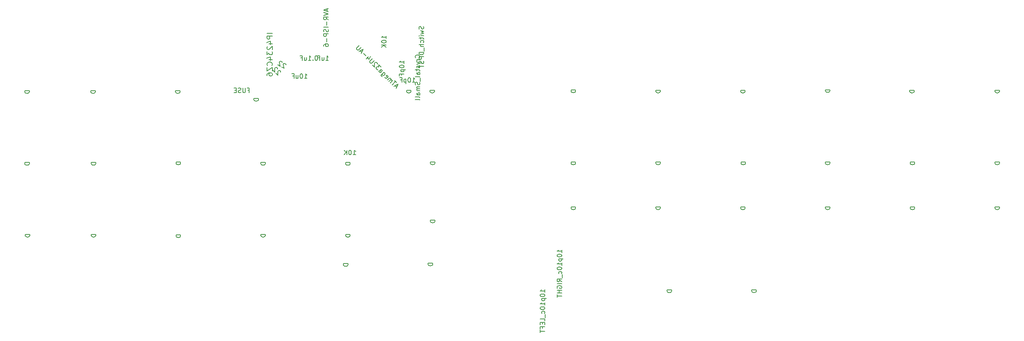
<source format=gbr>
G04 #@! TF.FileFunction,Other,Fab,Bot*
%FSLAX46Y46*%
G04 Gerber Fmt 4.6, Leading zero omitted, Abs format (unit mm)*
G04 Created by KiCad (PCBNEW 4.0.5) date Sunday, April 09, 2017 'PMt' 03:59:06 PM*
%MOMM*%
%LPD*%
G01*
G04 APERTURE LIST*
%ADD10C,0.100000*%
%ADD11C,0.150000*%
G04 APERTURE END LIST*
D10*
D11*
X86857143Y-2864285D02*
X86904762Y-2816666D01*
X86952381Y-2673809D01*
X86952381Y-2578571D01*
X86904762Y-2435713D01*
X86809524Y-2340475D01*
X86714286Y-2292856D01*
X86523810Y-2245237D01*
X86380952Y-2245237D01*
X86190476Y-2292856D01*
X86095238Y-2340475D01*
X86000000Y-2435713D01*
X85952381Y-2578571D01*
X85952381Y-2673809D01*
X86000000Y-2816666D01*
X86047619Y-2864285D01*
X86952381Y-3292856D02*
X86285714Y-3292856D01*
X86476190Y-3292856D02*
X86380952Y-3340475D01*
X86333333Y-3388094D01*
X86285714Y-3483332D01*
X86285714Y-3578571D01*
X86285714Y-3816666D02*
X86952381Y-4054761D01*
X86285714Y-4292857D02*
X86952381Y-4054761D01*
X87190476Y-3959523D01*
X87238095Y-3911904D01*
X87285714Y-3816666D01*
X86904762Y-4626190D02*
X86952381Y-4721428D01*
X86952381Y-4911904D01*
X86904762Y-5007143D01*
X86809524Y-5054762D01*
X86761905Y-5054762D01*
X86666667Y-5007143D01*
X86619048Y-4911904D01*
X86619048Y-4769047D01*
X86571429Y-4673809D01*
X86476190Y-4626190D01*
X86428571Y-4626190D01*
X86333333Y-4673809D01*
X86285714Y-4769047D01*
X86285714Y-4911904D01*
X86333333Y-5007143D01*
X86285714Y-5340476D02*
X86285714Y-5721428D01*
X85952381Y-5483333D02*
X86809524Y-5483333D01*
X86904762Y-5530952D01*
X86952381Y-5626190D01*
X86952381Y-5721428D01*
X86952381Y-6483334D02*
X86428571Y-6483334D01*
X86333333Y-6435715D01*
X86285714Y-6340477D01*
X86285714Y-6150000D01*
X86333333Y-6054762D01*
X86904762Y-6483334D02*
X86952381Y-6388096D01*
X86952381Y-6150000D01*
X86904762Y-6054762D01*
X86809524Y-6007143D01*
X86714286Y-6007143D01*
X86619048Y-6054762D01*
X86571429Y-6150000D01*
X86571429Y-6388096D01*
X86523810Y-6483334D01*
X86952381Y-7102381D02*
X86904762Y-7007143D01*
X86809524Y-6959524D01*
X85952381Y-6959524D01*
X87047619Y-7245239D02*
X87047619Y-8007144D01*
X86904762Y-8197620D02*
X86952381Y-8340477D01*
X86952381Y-8578573D01*
X86904762Y-8673811D01*
X86857143Y-8721430D01*
X86761905Y-8769049D01*
X86666667Y-8769049D01*
X86571429Y-8721430D01*
X86523810Y-8673811D01*
X86476190Y-8578573D01*
X86428571Y-8388096D01*
X86380952Y-8292858D01*
X86333333Y-8245239D01*
X86238095Y-8197620D01*
X86142857Y-8197620D01*
X86047619Y-8245239D01*
X86000000Y-8292858D01*
X85952381Y-8388096D01*
X85952381Y-8626192D01*
X86000000Y-8769049D01*
X86952381Y-9197620D02*
X86285714Y-9197620D01*
X86380952Y-9197620D02*
X86333333Y-9245239D01*
X86285714Y-9340477D01*
X86285714Y-9483335D01*
X86333333Y-9578573D01*
X86428571Y-9626192D01*
X86952381Y-9626192D01*
X86428571Y-9626192D02*
X86333333Y-9673811D01*
X86285714Y-9769049D01*
X86285714Y-9911906D01*
X86333333Y-10007144D01*
X86428571Y-10054763D01*
X86952381Y-10054763D01*
X86952381Y-10959525D02*
X86428571Y-10959525D01*
X86333333Y-10911906D01*
X86285714Y-10816668D01*
X86285714Y-10626191D01*
X86333333Y-10530953D01*
X86904762Y-10959525D02*
X86952381Y-10864287D01*
X86952381Y-10626191D01*
X86904762Y-10530953D01*
X86809524Y-10483334D01*
X86714286Y-10483334D01*
X86619048Y-10530953D01*
X86571429Y-10626191D01*
X86571429Y-10864287D01*
X86523810Y-10959525D01*
X86952381Y-11578572D02*
X86904762Y-11483334D01*
X86809524Y-11435715D01*
X85952381Y-11435715D01*
X86952381Y-12102382D02*
X86904762Y-12007144D01*
X86809524Y-11959525D01*
X85952381Y-11959525D01*
X87724762Y3992381D02*
X87772381Y3849524D01*
X87772381Y3611428D01*
X87724762Y3516190D01*
X87677143Y3468571D01*
X87581905Y3420952D01*
X87486667Y3420952D01*
X87391429Y3468571D01*
X87343810Y3516190D01*
X87296190Y3611428D01*
X87248571Y3801905D01*
X87200952Y3897143D01*
X87153333Y3944762D01*
X87058095Y3992381D01*
X86962857Y3992381D01*
X86867619Y3944762D01*
X86820000Y3897143D01*
X86772381Y3801905D01*
X86772381Y3563809D01*
X86820000Y3420952D01*
X87105714Y3087619D02*
X87772381Y2897143D01*
X87296190Y2706666D01*
X87772381Y2516190D01*
X87105714Y2325714D01*
X87772381Y1944762D02*
X87105714Y1944762D01*
X86772381Y1944762D02*
X86820000Y1992381D01*
X86867619Y1944762D01*
X86820000Y1897143D01*
X86772381Y1944762D01*
X86867619Y1944762D01*
X87105714Y1611429D02*
X87105714Y1230477D01*
X86772381Y1468572D02*
X87629524Y1468572D01*
X87724762Y1420953D01*
X87772381Y1325715D01*
X87772381Y1230477D01*
X87724762Y468571D02*
X87772381Y563809D01*
X87772381Y754286D01*
X87724762Y849524D01*
X87677143Y897143D01*
X87581905Y944762D01*
X87296190Y944762D01*
X87200952Y897143D01*
X87153333Y849524D01*
X87105714Y754286D01*
X87105714Y563809D01*
X87153333Y468571D01*
X87772381Y40000D02*
X86772381Y40000D01*
X87772381Y-388572D02*
X87248571Y-388572D01*
X87153333Y-340953D01*
X87105714Y-245715D01*
X87105714Y-102857D01*
X87153333Y-7619D01*
X87200952Y40000D01*
X87867619Y-626667D02*
X87867619Y-1388572D01*
X87772381Y-1626667D02*
X86772381Y-1626667D01*
X86772381Y-1864762D01*
X86820000Y-2007620D01*
X86915238Y-2102858D01*
X87010476Y-2150477D01*
X87200952Y-2198096D01*
X87343810Y-2198096D01*
X87534286Y-2150477D01*
X87629524Y-2102858D01*
X87724762Y-2007620D01*
X87772381Y-1864762D01*
X87772381Y-1626667D01*
X87772381Y-2626667D02*
X86772381Y-2626667D01*
X86772381Y-3007620D01*
X86820000Y-3102858D01*
X86867619Y-3150477D01*
X86962857Y-3198096D01*
X87105714Y-3198096D01*
X87200952Y-3150477D01*
X87248571Y-3102858D01*
X87296190Y-3007620D01*
X87296190Y-2626667D01*
X87724762Y-3579048D02*
X87772381Y-3721905D01*
X87772381Y-3960001D01*
X87724762Y-4055239D01*
X87677143Y-4102858D01*
X87581905Y-4150477D01*
X87486667Y-4150477D01*
X87391429Y-4102858D01*
X87343810Y-4055239D01*
X87296190Y-3960001D01*
X87248571Y-3769524D01*
X87200952Y-3674286D01*
X87153333Y-3626667D01*
X87058095Y-3579048D01*
X86962857Y-3579048D01*
X86867619Y-3626667D01*
X86820000Y-3674286D01*
X86772381Y-3769524D01*
X86772381Y-4007620D01*
X86820000Y-4150477D01*
X86772381Y-4436191D02*
X86772381Y-5007620D01*
X87772381Y-4721905D02*
X86772381Y-4721905D01*
X61771428Y-7352381D02*
X62342857Y-7352381D01*
X62057143Y-7352381D02*
X62057143Y-6352381D01*
X62152381Y-6495238D01*
X62247619Y-6590476D01*
X62342857Y-6638095D01*
X61152381Y-6352381D02*
X61057142Y-6352381D01*
X60961904Y-6400000D01*
X60914285Y-6447619D01*
X60866666Y-6542857D01*
X60819047Y-6733333D01*
X60819047Y-6971429D01*
X60866666Y-7161905D01*
X60914285Y-7257143D01*
X60961904Y-7304762D01*
X61057142Y-7352381D01*
X61152381Y-7352381D01*
X61247619Y-7304762D01*
X61295238Y-7257143D01*
X61342857Y-7161905D01*
X61390476Y-6971429D01*
X61390476Y-6733333D01*
X61342857Y-6542857D01*
X61295238Y-6447619D01*
X61247619Y-6400000D01*
X61152381Y-6352381D01*
X59961904Y-6685714D02*
X59961904Y-7352381D01*
X60390476Y-6685714D02*
X60390476Y-7209524D01*
X60342857Y-7304762D01*
X60247619Y-7352381D01*
X60104761Y-7352381D01*
X60009523Y-7304762D01*
X59961904Y-7257143D01*
X59152380Y-6828571D02*
X59485714Y-6828571D01*
X59485714Y-7352381D02*
X59485714Y-6352381D01*
X59009523Y-6352381D01*
X117902381Y-45402381D02*
X117902381Y-44830952D01*
X117902381Y-45116666D02*
X116902381Y-45116666D01*
X117045238Y-45021428D01*
X117140476Y-44926190D01*
X117188095Y-44830952D01*
X116902381Y-46021428D02*
X116902381Y-46116667D01*
X116950000Y-46211905D01*
X116997619Y-46259524D01*
X117092857Y-46307143D01*
X117283333Y-46354762D01*
X117521429Y-46354762D01*
X117711905Y-46307143D01*
X117807143Y-46259524D01*
X117854762Y-46211905D01*
X117902381Y-46116667D01*
X117902381Y-46021428D01*
X117854762Y-45926190D01*
X117807143Y-45878571D01*
X117711905Y-45830952D01*
X117521429Y-45783333D01*
X117283333Y-45783333D01*
X117092857Y-45830952D01*
X116997619Y-45878571D01*
X116950000Y-45926190D01*
X116902381Y-46021428D01*
X117235714Y-46783333D02*
X118235714Y-46783333D01*
X117283333Y-46783333D02*
X117235714Y-46878571D01*
X117235714Y-47069048D01*
X117283333Y-47164286D01*
X117330952Y-47211905D01*
X117426190Y-47259524D01*
X117711905Y-47259524D01*
X117807143Y-47211905D01*
X117854762Y-47164286D01*
X117902381Y-47069048D01*
X117902381Y-46878571D01*
X117854762Y-46783333D01*
X117902381Y-48211905D02*
X117902381Y-47640476D01*
X117902381Y-47926190D02*
X116902381Y-47926190D01*
X117045238Y-47830952D01*
X117140476Y-47735714D01*
X117188095Y-47640476D01*
X116902381Y-48830952D02*
X116902381Y-48926191D01*
X116950000Y-49021429D01*
X116997619Y-49069048D01*
X117092857Y-49116667D01*
X117283333Y-49164286D01*
X117521429Y-49164286D01*
X117711905Y-49116667D01*
X117807143Y-49069048D01*
X117854762Y-49021429D01*
X117902381Y-48926191D01*
X117902381Y-48830952D01*
X117854762Y-48735714D01*
X117807143Y-48688095D01*
X117711905Y-48640476D01*
X117521429Y-48592857D01*
X117283333Y-48592857D01*
X117092857Y-48640476D01*
X116997619Y-48688095D01*
X116950000Y-48735714D01*
X116902381Y-48830952D01*
X117854762Y-50021429D02*
X117902381Y-49926191D01*
X117902381Y-49735714D01*
X117854762Y-49640476D01*
X117807143Y-49592857D01*
X117711905Y-49545238D01*
X117426190Y-49545238D01*
X117330952Y-49592857D01*
X117283333Y-49640476D01*
X117235714Y-49735714D01*
X117235714Y-49926191D01*
X117283333Y-50021429D01*
X117997619Y-50211905D02*
X117997619Y-50973810D01*
X117902381Y-51783334D02*
X117426190Y-51450000D01*
X117902381Y-51211905D02*
X116902381Y-51211905D01*
X116902381Y-51592858D01*
X116950000Y-51688096D01*
X116997619Y-51735715D01*
X117092857Y-51783334D01*
X117235714Y-51783334D01*
X117330952Y-51735715D01*
X117378571Y-51688096D01*
X117426190Y-51592858D01*
X117426190Y-51211905D01*
X117902381Y-52211905D02*
X116902381Y-52211905D01*
X116950000Y-53211905D02*
X116902381Y-53116667D01*
X116902381Y-52973810D01*
X116950000Y-52830952D01*
X117045238Y-52735714D01*
X117140476Y-52688095D01*
X117330952Y-52640476D01*
X117473810Y-52640476D01*
X117664286Y-52688095D01*
X117759524Y-52735714D01*
X117854762Y-52830952D01*
X117902381Y-52973810D01*
X117902381Y-53069048D01*
X117854762Y-53211905D01*
X117807143Y-53259524D01*
X117473810Y-53259524D01*
X117473810Y-53069048D01*
X117902381Y-53688095D02*
X116902381Y-53688095D01*
X117378571Y-53688095D02*
X117378571Y-54259524D01*
X117902381Y-54259524D02*
X116902381Y-54259524D01*
X116902381Y-54592857D02*
X116902381Y-55164286D01*
X117902381Y-54878571D02*
X116902381Y-54878571D01*
X114202381Y-54078571D02*
X114202381Y-53507142D01*
X114202381Y-53792856D02*
X113202381Y-53792856D01*
X113345238Y-53697618D01*
X113440476Y-53602380D01*
X113488095Y-53507142D01*
X113202381Y-54697618D02*
X113202381Y-54792857D01*
X113250000Y-54888095D01*
X113297619Y-54935714D01*
X113392857Y-54983333D01*
X113583333Y-55030952D01*
X113821429Y-55030952D01*
X114011905Y-54983333D01*
X114107143Y-54935714D01*
X114154762Y-54888095D01*
X114202381Y-54792857D01*
X114202381Y-54697618D01*
X114154762Y-54602380D01*
X114107143Y-54554761D01*
X114011905Y-54507142D01*
X113821429Y-54459523D01*
X113583333Y-54459523D01*
X113392857Y-54507142D01*
X113297619Y-54554761D01*
X113250000Y-54602380D01*
X113202381Y-54697618D01*
X113535714Y-55459523D02*
X114535714Y-55459523D01*
X113583333Y-55459523D02*
X113535714Y-55554761D01*
X113535714Y-55745238D01*
X113583333Y-55840476D01*
X113630952Y-55888095D01*
X113726190Y-55935714D01*
X114011905Y-55935714D01*
X114107143Y-55888095D01*
X114154762Y-55840476D01*
X114202381Y-55745238D01*
X114202381Y-55554761D01*
X114154762Y-55459523D01*
X114202381Y-56888095D02*
X114202381Y-56316666D01*
X114202381Y-56602380D02*
X113202381Y-56602380D01*
X113345238Y-56507142D01*
X113440476Y-56411904D01*
X113488095Y-56316666D01*
X113202381Y-57507142D02*
X113202381Y-57602381D01*
X113250000Y-57697619D01*
X113297619Y-57745238D01*
X113392857Y-57792857D01*
X113583333Y-57840476D01*
X113821429Y-57840476D01*
X114011905Y-57792857D01*
X114107143Y-57745238D01*
X114154762Y-57697619D01*
X114202381Y-57602381D01*
X114202381Y-57507142D01*
X114154762Y-57411904D01*
X114107143Y-57364285D01*
X114011905Y-57316666D01*
X113821429Y-57269047D01*
X113583333Y-57269047D01*
X113392857Y-57316666D01*
X113297619Y-57364285D01*
X113250000Y-57411904D01*
X113202381Y-57507142D01*
X114154762Y-58697619D02*
X114202381Y-58602381D01*
X114202381Y-58411904D01*
X114154762Y-58316666D01*
X114107143Y-58269047D01*
X114011905Y-58221428D01*
X113726190Y-58221428D01*
X113630952Y-58269047D01*
X113583333Y-58316666D01*
X113535714Y-58411904D01*
X113535714Y-58602381D01*
X113583333Y-58697619D01*
X114297619Y-58888095D02*
X114297619Y-59650000D01*
X114202381Y-60364286D02*
X114202381Y-59888095D01*
X113202381Y-59888095D01*
X113678571Y-60697619D02*
X113678571Y-61030953D01*
X114202381Y-61173810D02*
X114202381Y-60697619D01*
X113202381Y-60697619D01*
X113202381Y-61173810D01*
X113678571Y-61935715D02*
X113678571Y-61602381D01*
X114202381Y-61602381D02*
X113202381Y-61602381D01*
X113202381Y-62078572D01*
X113202381Y-62316667D02*
X113202381Y-62888096D01*
X114202381Y-62602381D02*
X113202381Y-62602381D01*
X64392857Y-2402381D02*
X64297618Y-2402381D01*
X64202380Y-2450000D01*
X64154761Y-2497619D01*
X64107142Y-2592857D01*
X64059523Y-2783333D01*
X64059523Y-3021429D01*
X64107142Y-3211905D01*
X64154761Y-3307143D01*
X64202380Y-3354762D01*
X64297618Y-3402381D01*
X64392857Y-3402381D01*
X64488095Y-3354762D01*
X64535714Y-3307143D01*
X64583333Y-3211905D01*
X64630952Y-3021429D01*
X64630952Y-2783333D01*
X64583333Y-2592857D01*
X64535714Y-2497619D01*
X64488095Y-2450000D01*
X64392857Y-2402381D01*
X63630952Y-3307143D02*
X63583333Y-3354762D01*
X63630952Y-3402381D01*
X63678571Y-3354762D01*
X63630952Y-3307143D01*
X63630952Y-3402381D01*
X62630952Y-3402381D02*
X63202381Y-3402381D01*
X62916667Y-3402381D02*
X62916667Y-2402381D01*
X63011905Y-2545238D01*
X63107143Y-2640476D01*
X63202381Y-2688095D01*
X61773809Y-2735714D02*
X61773809Y-3402381D01*
X62202381Y-2735714D02*
X62202381Y-3259524D01*
X62154762Y-3354762D01*
X62059524Y-3402381D01*
X61916666Y-3402381D01*
X61821428Y-3354762D01*
X61773809Y-3307143D01*
X60964285Y-2878571D02*
X61297619Y-2878571D01*
X61297619Y-3402381D02*
X61297619Y-2402381D01*
X60821428Y-2402381D01*
X66706667Y7805238D02*
X66706667Y7329047D01*
X66992381Y7900476D02*
X65992381Y7567143D01*
X66992381Y7233809D01*
X65992381Y7043333D02*
X66992381Y6710000D01*
X65992381Y6376666D01*
X66992381Y5471904D02*
X66516190Y5805238D01*
X66992381Y6043333D02*
X65992381Y6043333D01*
X65992381Y5662380D01*
X66040000Y5567142D01*
X66087619Y5519523D01*
X66182857Y5471904D01*
X66325714Y5471904D01*
X66420952Y5519523D01*
X66468571Y5567142D01*
X66516190Y5662380D01*
X66516190Y6043333D01*
X66611429Y5043333D02*
X66611429Y4281428D01*
X66992381Y3805238D02*
X65992381Y3805238D01*
X66944762Y3376667D02*
X66992381Y3233810D01*
X66992381Y2995714D01*
X66944762Y2900476D01*
X66897143Y2852857D01*
X66801905Y2805238D01*
X66706667Y2805238D01*
X66611429Y2852857D01*
X66563810Y2900476D01*
X66516190Y2995714D01*
X66468571Y3186191D01*
X66420952Y3281429D01*
X66373333Y3329048D01*
X66278095Y3376667D01*
X66182857Y3376667D01*
X66087619Y3329048D01*
X66040000Y3281429D01*
X65992381Y3186191D01*
X65992381Y2948095D01*
X66040000Y2805238D01*
X66992381Y2376667D02*
X65992381Y2376667D01*
X65992381Y1995714D01*
X66040000Y1900476D01*
X66087619Y1852857D01*
X66182857Y1805238D01*
X66325714Y1805238D01*
X66420952Y1852857D01*
X66468571Y1900476D01*
X66516190Y1995714D01*
X66516190Y2376667D01*
X66611429Y1376667D02*
X66611429Y614762D01*
X65992381Y-290000D02*
X65992381Y-99523D01*
X66040000Y-4285D01*
X66087619Y43334D01*
X66230476Y138572D01*
X66420952Y186191D01*
X66801905Y186191D01*
X66897143Y138572D01*
X66944762Y90953D01*
X66992381Y-4285D01*
X66992381Y-194762D01*
X66944762Y-290000D01*
X66897143Y-337619D01*
X66801905Y-385238D01*
X66563810Y-385238D01*
X66468571Y-337619D01*
X66420952Y-290000D01*
X66373333Y-194762D01*
X66373333Y-4285D01*
X66420952Y90953D01*
X66468571Y138572D01*
X66563810Y186191D01*
X66435238Y-3402381D02*
X67006667Y-3402381D01*
X66720953Y-3402381D02*
X66720953Y-2402381D01*
X66816191Y-2545238D01*
X66911429Y-2640476D01*
X67006667Y-2688095D01*
X65578095Y-2735714D02*
X65578095Y-3402381D01*
X66006667Y-2735714D02*
X66006667Y-3259524D01*
X65959048Y-3354762D01*
X65863810Y-3402381D01*
X65720952Y-3402381D01*
X65625714Y-3354762D01*
X65578095Y-3307143D01*
X64768571Y-2878571D02*
X65101905Y-2878571D01*
X65101905Y-3402381D02*
X65101905Y-2402381D01*
X64625714Y-2402381D01*
X1742381Y-10038095D02*
X742381Y-10038095D01*
X742381Y-10276190D01*
X790000Y-10419048D01*
X885238Y-10514286D01*
X980476Y-10561905D01*
X1170952Y-10609524D01*
X1313810Y-10609524D01*
X1504286Y-10561905D01*
X1599524Y-10514286D01*
X1694762Y-10419048D01*
X1742381Y-10276190D01*
X1742381Y-10038095D01*
X16142381Y-10038095D02*
X15142381Y-10038095D01*
X15142381Y-10276190D01*
X15190000Y-10419048D01*
X15285238Y-10514286D01*
X15380476Y-10561905D01*
X15570952Y-10609524D01*
X15713810Y-10609524D01*
X15904286Y-10561905D01*
X15999524Y-10514286D01*
X16094762Y-10419048D01*
X16142381Y-10276190D01*
X16142381Y-10038095D01*
X34642381Y-10038095D02*
X33642381Y-10038095D01*
X33642381Y-10276190D01*
X33690000Y-10419048D01*
X33785238Y-10514286D01*
X33880476Y-10561905D01*
X34070952Y-10609524D01*
X34213810Y-10609524D01*
X34404286Y-10561905D01*
X34499524Y-10514286D01*
X34594762Y-10419048D01*
X34642381Y-10276190D01*
X34642381Y-10038095D01*
X51742381Y-11738095D02*
X50742381Y-11738095D01*
X50742381Y-11976190D01*
X50790000Y-12119048D01*
X50885238Y-12214286D01*
X50980476Y-12261905D01*
X51170952Y-12309524D01*
X51313810Y-12309524D01*
X51504286Y-12261905D01*
X51599524Y-12214286D01*
X51694762Y-12119048D01*
X51742381Y-11976190D01*
X51742381Y-11738095D01*
X85042381Y-9938095D02*
X84042381Y-9938095D01*
X84042381Y-10176190D01*
X84090000Y-10319048D01*
X84185238Y-10414286D01*
X84280476Y-10461905D01*
X84470952Y-10509524D01*
X84613810Y-10509524D01*
X84804286Y-10461905D01*
X84899524Y-10414286D01*
X84994762Y-10319048D01*
X85042381Y-10176190D01*
X85042381Y-9938095D01*
X90142381Y-9938095D02*
X89142381Y-9938095D01*
X89142381Y-10176190D01*
X89190000Y-10319048D01*
X89285238Y-10414286D01*
X89380476Y-10461905D01*
X89570952Y-10509524D01*
X89713810Y-10509524D01*
X89904286Y-10461905D01*
X89999524Y-10414286D01*
X90094762Y-10319048D01*
X90142381Y-10176190D01*
X90142381Y-9938095D01*
X120942381Y-9888035D02*
X119942381Y-9888035D01*
X119942381Y-10126130D01*
X119990000Y-10268988D01*
X120085238Y-10364226D01*
X120180476Y-10411845D01*
X120370952Y-10459464D01*
X120513810Y-10459464D01*
X120704286Y-10411845D01*
X120799524Y-10364226D01*
X120894762Y-10268988D01*
X120942381Y-10126130D01*
X120942381Y-9888035D01*
X139442381Y-9938095D02*
X138442381Y-9938095D01*
X138442381Y-10176190D01*
X138490000Y-10319048D01*
X138585238Y-10414286D01*
X138680476Y-10461905D01*
X138870952Y-10509524D01*
X139013810Y-10509524D01*
X139204286Y-10461905D01*
X139299524Y-10414286D01*
X139394762Y-10319048D01*
X139442381Y-10176190D01*
X139442381Y-9938095D01*
X157942381Y-9938095D02*
X156942381Y-9938095D01*
X156942381Y-10176190D01*
X156990000Y-10319048D01*
X157085238Y-10414286D01*
X157180476Y-10461905D01*
X157370952Y-10509524D01*
X157513810Y-10509524D01*
X157704286Y-10461905D01*
X157799524Y-10414286D01*
X157894762Y-10319048D01*
X157942381Y-10176190D01*
X157942381Y-9938095D01*
X176442381Y-9838095D02*
X175442381Y-9838095D01*
X175442381Y-10076190D01*
X175490000Y-10219048D01*
X175585238Y-10314286D01*
X175680476Y-10361905D01*
X175870952Y-10409524D01*
X176013810Y-10409524D01*
X176204286Y-10361905D01*
X176299524Y-10314286D01*
X176394762Y-10219048D01*
X176442381Y-10076190D01*
X176442381Y-9838095D01*
X194842381Y-9938095D02*
X193842381Y-9938095D01*
X193842381Y-10176190D01*
X193890000Y-10319048D01*
X193985238Y-10414286D01*
X194080476Y-10461905D01*
X194270952Y-10509524D01*
X194413810Y-10509524D01*
X194604286Y-10461905D01*
X194699524Y-10414286D01*
X194794762Y-10319048D01*
X194842381Y-10176190D01*
X194842381Y-9938095D01*
X213442381Y-9938095D02*
X212442381Y-9938095D01*
X212442381Y-10176190D01*
X212490000Y-10319048D01*
X212585238Y-10414286D01*
X212680476Y-10461905D01*
X212870952Y-10509524D01*
X213013810Y-10509524D01*
X213204286Y-10461905D01*
X213299524Y-10414286D01*
X213394762Y-10319048D01*
X213442381Y-10176190D01*
X213442381Y-9938095D01*
X1742381Y-25738095D02*
X742381Y-25738095D01*
X742381Y-25976190D01*
X790000Y-26119048D01*
X885238Y-26214286D01*
X980476Y-26261905D01*
X1170952Y-26309524D01*
X1313810Y-26309524D01*
X1504286Y-26261905D01*
X1599524Y-26214286D01*
X1694762Y-26119048D01*
X1742381Y-25976190D01*
X1742381Y-25738095D01*
X16242381Y-25738095D02*
X15242381Y-25738095D01*
X15242381Y-25976190D01*
X15290000Y-26119048D01*
X15385238Y-26214286D01*
X15480476Y-26261905D01*
X15670952Y-26309524D01*
X15813810Y-26309524D01*
X16004286Y-26261905D01*
X16099524Y-26214286D01*
X16194762Y-26119048D01*
X16242381Y-25976190D01*
X16242381Y-25738095D01*
X34742381Y-25638095D02*
X33742381Y-25638095D01*
X33742381Y-25876190D01*
X33790000Y-26019048D01*
X33885238Y-26114286D01*
X33980476Y-26161905D01*
X34170952Y-26209524D01*
X34313810Y-26209524D01*
X34504286Y-26161905D01*
X34599524Y-26114286D01*
X34694762Y-26019048D01*
X34742381Y-25876190D01*
X34742381Y-25638095D01*
X53242381Y-25738095D02*
X52242381Y-25738095D01*
X52242381Y-25976190D01*
X52290000Y-26119048D01*
X52385238Y-26214286D01*
X52480476Y-26261905D01*
X52670952Y-26309524D01*
X52813810Y-26309524D01*
X53004286Y-26261905D01*
X53099524Y-26214286D01*
X53194762Y-26119048D01*
X53242381Y-25976190D01*
X53242381Y-25738095D01*
X71742381Y-25738095D02*
X70742381Y-25738095D01*
X70742381Y-25976190D01*
X70790000Y-26119048D01*
X70885238Y-26214286D01*
X70980476Y-26261905D01*
X71170952Y-26309524D01*
X71313810Y-26309524D01*
X71504286Y-26261905D01*
X71599524Y-26214286D01*
X71694762Y-26119048D01*
X71742381Y-25976190D01*
X71742381Y-25738095D01*
X90242381Y-25638095D02*
X89242381Y-25638095D01*
X89242381Y-25876190D01*
X89290000Y-26019048D01*
X89385238Y-26114286D01*
X89480476Y-26161905D01*
X89670952Y-26209524D01*
X89813810Y-26209524D01*
X90004286Y-26161905D01*
X90099524Y-26114286D01*
X90194762Y-26019048D01*
X90242381Y-25876190D01*
X90242381Y-25638095D01*
X120942381Y-25638095D02*
X119942381Y-25638095D01*
X119942381Y-25876190D01*
X119990000Y-26019048D01*
X120085238Y-26114286D01*
X120180476Y-26161905D01*
X120370952Y-26209524D01*
X120513810Y-26209524D01*
X120704286Y-26161905D01*
X120799524Y-26114286D01*
X120894762Y-26019048D01*
X120942381Y-25876190D01*
X120942381Y-25638095D01*
X139442381Y-25638095D02*
X138442381Y-25638095D01*
X138442381Y-25876190D01*
X138490000Y-26019048D01*
X138585238Y-26114286D01*
X138680476Y-26161905D01*
X138870952Y-26209524D01*
X139013810Y-26209524D01*
X139204286Y-26161905D01*
X139299524Y-26114286D01*
X139394762Y-26019048D01*
X139442381Y-25876190D01*
X139442381Y-25638095D01*
X158022381Y-25638035D02*
X157022381Y-25638035D01*
X157022381Y-25876130D01*
X157070000Y-26018988D01*
X157165238Y-26114226D01*
X157260476Y-26161845D01*
X157450952Y-26209464D01*
X157593810Y-26209464D01*
X157784286Y-26161845D01*
X157879524Y-26114226D01*
X157974762Y-26018988D01*
X158022381Y-25876130D01*
X158022381Y-25638035D01*
X176442381Y-25638095D02*
X175442381Y-25638095D01*
X175442381Y-25876190D01*
X175490000Y-26019048D01*
X175585238Y-26114286D01*
X175680476Y-26161905D01*
X175870952Y-26209524D01*
X176013810Y-26209524D01*
X176204286Y-26161905D01*
X176299524Y-26114286D01*
X176394762Y-26019048D01*
X176442381Y-25876190D01*
X176442381Y-25638095D01*
X194942381Y-25638095D02*
X193942381Y-25638095D01*
X193942381Y-25876190D01*
X193990000Y-26019048D01*
X194085238Y-26114286D01*
X194180476Y-26161905D01*
X194370952Y-26209524D01*
X194513810Y-26209524D01*
X194704286Y-26161905D01*
X194799524Y-26114286D01*
X194894762Y-26019048D01*
X194942381Y-25876190D01*
X194942381Y-25638095D01*
X213442381Y-25638095D02*
X212442381Y-25638095D01*
X212442381Y-25876190D01*
X212490000Y-26019048D01*
X212585238Y-26114286D01*
X212680476Y-26161905D01*
X212870952Y-26209524D01*
X213013810Y-26209524D01*
X213204286Y-26161905D01*
X213299524Y-26114286D01*
X213394762Y-26019048D01*
X213442381Y-25876190D01*
X213442381Y-25638095D01*
X1842381Y-41438095D02*
X842381Y-41438095D01*
X842381Y-41676190D01*
X890000Y-41819048D01*
X985238Y-41914286D01*
X1080476Y-41961905D01*
X1270952Y-42009524D01*
X1413810Y-42009524D01*
X1604286Y-41961905D01*
X1699524Y-41914286D01*
X1794762Y-41819048D01*
X1842381Y-41676190D01*
X1842381Y-41438095D01*
X16242381Y-41438095D02*
X15242381Y-41438095D01*
X15242381Y-41676190D01*
X15290000Y-41819048D01*
X15385238Y-41914286D01*
X15480476Y-41961905D01*
X15670952Y-42009524D01*
X15813810Y-42009524D01*
X16004286Y-41961905D01*
X16099524Y-41914286D01*
X16194762Y-41819048D01*
X16242381Y-41676190D01*
X16242381Y-41438095D01*
X34742381Y-41538095D02*
X33742381Y-41538095D01*
X33742381Y-41776190D01*
X33790000Y-41919048D01*
X33885238Y-42014286D01*
X33980476Y-42061905D01*
X34170952Y-42109524D01*
X34313810Y-42109524D01*
X34504286Y-42061905D01*
X34599524Y-42014286D01*
X34694762Y-41919048D01*
X34742381Y-41776190D01*
X34742381Y-41538095D01*
X53242381Y-41438095D02*
X52242381Y-41438095D01*
X52242381Y-41676190D01*
X52290000Y-41819048D01*
X52385238Y-41914286D01*
X52480476Y-41961905D01*
X52670952Y-42009524D01*
X52813810Y-42009524D01*
X53004286Y-41961905D01*
X53099524Y-41914286D01*
X53194762Y-41819048D01*
X53242381Y-41676190D01*
X53242381Y-41438095D01*
X71742381Y-41438095D02*
X70742381Y-41438095D01*
X70742381Y-41676190D01*
X70790000Y-41819048D01*
X70885238Y-41914286D01*
X70980476Y-41961905D01*
X71170952Y-42009524D01*
X71313810Y-42009524D01*
X71504286Y-41961905D01*
X71599524Y-41914286D01*
X71694762Y-41819048D01*
X71742381Y-41676190D01*
X71742381Y-41438095D01*
X90242381Y-38338095D02*
X89242381Y-38338095D01*
X89242381Y-38576190D01*
X89290000Y-38719048D01*
X89385238Y-38814286D01*
X89480476Y-38861905D01*
X89670952Y-38909524D01*
X89813810Y-38909524D01*
X90004286Y-38861905D01*
X90099524Y-38814286D01*
X90194762Y-38719048D01*
X90242381Y-38576190D01*
X90242381Y-38338095D01*
X120942381Y-35438095D02*
X119942381Y-35438095D01*
X119942381Y-35676190D01*
X119990000Y-35819048D01*
X120085238Y-35914286D01*
X120180476Y-35961905D01*
X120370952Y-36009524D01*
X120513810Y-36009524D01*
X120704286Y-35961905D01*
X120799524Y-35914286D01*
X120894762Y-35819048D01*
X120942381Y-35676190D01*
X120942381Y-35438095D01*
X139442381Y-35438095D02*
X138442381Y-35438095D01*
X138442381Y-35676190D01*
X138490000Y-35819048D01*
X138585238Y-35914286D01*
X138680476Y-35961905D01*
X138870952Y-36009524D01*
X139013810Y-36009524D01*
X139204286Y-35961905D01*
X139299524Y-35914286D01*
X139394762Y-35819048D01*
X139442381Y-35676190D01*
X139442381Y-35438095D01*
X157942381Y-35438095D02*
X156942381Y-35438095D01*
X156942381Y-35676190D01*
X156990000Y-35819048D01*
X157085238Y-35914286D01*
X157180476Y-35961905D01*
X157370952Y-36009524D01*
X157513810Y-36009524D01*
X157704286Y-35961905D01*
X157799524Y-35914286D01*
X157894762Y-35819048D01*
X157942381Y-35676190D01*
X157942381Y-35438095D01*
X176442381Y-35438095D02*
X175442381Y-35438095D01*
X175442381Y-35676190D01*
X175490000Y-35819048D01*
X175585238Y-35914286D01*
X175680476Y-35961905D01*
X175870952Y-36009524D01*
X176013810Y-36009524D01*
X176204286Y-35961905D01*
X176299524Y-35914286D01*
X176394762Y-35819048D01*
X176442381Y-35676190D01*
X176442381Y-35438095D01*
X194942381Y-35438095D02*
X193942381Y-35438095D01*
X193942381Y-35676190D01*
X193990000Y-35819048D01*
X194085238Y-35914286D01*
X194180476Y-35961905D01*
X194370952Y-36009524D01*
X194513810Y-36009524D01*
X194704286Y-35961905D01*
X194799524Y-35914286D01*
X194894762Y-35819048D01*
X194942381Y-35676190D01*
X194942381Y-35438095D01*
X213442381Y-35438095D02*
X212442381Y-35438095D01*
X212442381Y-35676190D01*
X212490000Y-35819048D01*
X212585238Y-35914286D01*
X212680476Y-35961905D01*
X212870952Y-36009524D01*
X213013810Y-36009524D01*
X213204286Y-35961905D01*
X213299524Y-35914286D01*
X213394762Y-35819048D01*
X213442381Y-35676190D01*
X213442381Y-35438095D01*
X71262381Y-47838095D02*
X70262381Y-47838095D01*
X70262381Y-48076190D01*
X70310000Y-48219048D01*
X70405238Y-48314286D01*
X70500476Y-48361905D01*
X70690952Y-48409524D01*
X70833810Y-48409524D01*
X71024286Y-48361905D01*
X71119524Y-48314286D01*
X71214762Y-48219048D01*
X71262381Y-48076190D01*
X71262381Y-47838095D01*
X89762381Y-47738095D02*
X88762381Y-47738095D01*
X88762381Y-47976190D01*
X88810000Y-48119048D01*
X88905238Y-48214286D01*
X89000476Y-48261905D01*
X89190952Y-48309524D01*
X89333810Y-48309524D01*
X89524286Y-48261905D01*
X89619524Y-48214286D01*
X89714762Y-48119048D01*
X89762381Y-47976190D01*
X89762381Y-47738095D01*
X141882381Y-53588035D02*
X140882381Y-53588035D01*
X140882381Y-53826130D01*
X140930000Y-53968988D01*
X141025238Y-54064226D01*
X141120476Y-54111845D01*
X141310952Y-54159464D01*
X141453810Y-54159464D01*
X141644286Y-54111845D01*
X141739524Y-54064226D01*
X141834762Y-53968988D01*
X141882381Y-53826130D01*
X141882381Y-53588035D01*
X160372381Y-53578095D02*
X159372381Y-53578095D01*
X159372381Y-53816190D01*
X159420000Y-53959048D01*
X159515238Y-54054286D01*
X159610476Y-54101905D01*
X159800952Y-54149524D01*
X159943810Y-54149524D01*
X160134286Y-54101905D01*
X160229524Y-54054286D01*
X160324762Y-53959048D01*
X160372381Y-53816190D01*
X160372381Y-53578095D01*
X56574797Y-6012040D02*
X56574797Y-5944696D01*
X56541125Y-5843681D01*
X56372766Y-5675322D01*
X56271751Y-5641650D01*
X56204407Y-5641650D01*
X56103392Y-5675322D01*
X56036049Y-5742665D01*
X55968705Y-5877352D01*
X55968705Y-6685475D01*
X55530972Y-6247742D01*
X55901362Y-5338604D02*
X55901362Y-5271261D01*
X55867690Y-5170246D01*
X55699331Y-5001887D01*
X55598316Y-4968215D01*
X55530972Y-4968215D01*
X55429957Y-5001887D01*
X55362614Y-5069230D01*
X55295270Y-5203917D01*
X55295270Y-6012040D01*
X54857537Y-5574306D01*
X57736020Y-4353731D02*
X57718590Y-4288682D01*
X57659921Y-4199824D01*
X57453724Y-4080776D01*
X57347436Y-4074396D01*
X57282387Y-4091826D01*
X57193529Y-4150495D01*
X57145910Y-4232974D01*
X57115720Y-4380501D01*
X57324878Y-5161087D01*
X56788767Y-4851563D01*
X56911233Y-3877541D02*
X56893804Y-3812492D01*
X56835135Y-3723634D01*
X56628937Y-3604586D01*
X56522649Y-3598206D01*
X56457601Y-3615636D01*
X56368742Y-3674305D01*
X56321123Y-3756783D01*
X56290934Y-3904310D01*
X56500092Y-4684897D01*
X55963980Y-4375373D01*
X81893750Y-9293561D02*
X81557033Y-8956843D01*
X81759064Y-9562935D02*
X82230468Y-8620126D01*
X81287659Y-9091530D01*
X81860079Y-8249737D02*
X81456017Y-7845675D01*
X80950942Y-8754813D02*
X81658048Y-8047706D01*
X80513209Y-8317080D02*
X80984613Y-7845675D01*
X80917270Y-7913019D02*
X80917270Y-7845675D01*
X80883598Y-7744660D01*
X80782582Y-7643644D01*
X80681567Y-7609972D01*
X80580552Y-7643644D01*
X80210162Y-8014034D01*
X80580552Y-7643644D02*
X80614224Y-7542629D01*
X80580552Y-7441614D01*
X80479537Y-7340599D01*
X80378522Y-7306927D01*
X80277507Y-7340599D01*
X79907117Y-7710988D01*
X79334697Y-7071225D02*
X79368369Y-7172240D01*
X79503056Y-7306928D01*
X79604072Y-7340599D01*
X79705087Y-7306928D01*
X79974461Y-7037553D01*
X80008133Y-6936538D01*
X79974461Y-6835523D01*
X79839774Y-6700835D01*
X79738758Y-6667164D01*
X79637743Y-6700835D01*
X79570399Y-6768180D01*
X79839774Y-7172241D01*
X79132667Y-5993729D02*
X78560247Y-6566149D01*
X78526575Y-6667164D01*
X78526575Y-6734507D01*
X78560248Y-6835523D01*
X78661263Y-6936538D01*
X78762278Y-6970210D01*
X78694934Y-6431462D02*
X78728605Y-6532477D01*
X78863293Y-6667164D01*
X78964308Y-6700836D01*
X79031652Y-6700836D01*
X79132667Y-6667164D01*
X79334698Y-6465133D01*
X79368370Y-6364118D01*
X79368370Y-6296775D01*
X79334698Y-6195760D01*
X79200010Y-6061072D01*
X79098995Y-6027400D01*
X78021499Y-5825370D02*
X78391888Y-5454980D01*
X78492903Y-5421309D01*
X78593919Y-5454980D01*
X78728606Y-5589668D01*
X78762278Y-5690683D01*
X78055170Y-5791698D02*
X78088842Y-5892713D01*
X78257201Y-6061073D01*
X78358217Y-6094744D01*
X78459232Y-6061073D01*
X78526575Y-5993729D01*
X78560247Y-5892714D01*
X78526575Y-5791699D01*
X78358216Y-5623340D01*
X78324544Y-5522325D01*
X78459232Y-4848890D02*
X78021499Y-4411156D01*
X77987828Y-4916233D01*
X77886812Y-4815217D01*
X77785797Y-4781545D01*
X77718453Y-4781545D01*
X77617437Y-4815218D01*
X77449079Y-4983576D01*
X77415407Y-5084592D01*
X77415407Y-5151935D01*
X77449079Y-5252950D01*
X77651110Y-5454981D01*
X77752125Y-5488653D01*
X77819468Y-5488653D01*
X77684782Y-4209126D02*
X77684782Y-4141783D01*
X77651110Y-4040768D01*
X77482750Y-3872408D01*
X77381735Y-3838737D01*
X77314392Y-3838737D01*
X77213377Y-3872408D01*
X77146033Y-3939752D01*
X77078690Y-4074439D01*
X77078690Y-4882561D01*
X76640957Y-4444828D01*
X77045018Y-3434676D02*
X76472598Y-4007096D01*
X76371583Y-4040768D01*
X76304240Y-4040768D01*
X76203225Y-4007096D01*
X76068537Y-3872408D01*
X76034865Y-3771393D01*
X76034865Y-3704050D01*
X76068537Y-3603035D01*
X76640957Y-3030615D01*
X75765491Y-2626553D02*
X75294087Y-3097958D01*
X76203225Y-2525539D02*
X75866507Y-3198974D01*
X75428774Y-2761241D01*
X75193072Y-2458195D02*
X74654323Y-1919447D01*
X74283934Y-1683745D02*
X73947217Y-1347027D01*
X74149248Y-1953119D02*
X74620652Y-1010310D01*
X73677843Y-1481714D01*
X74149248Y-538905D02*
X73576828Y-1111325D01*
X73475813Y-1144997D01*
X73408469Y-1144997D01*
X73307454Y-1111325D01*
X73172766Y-976638D01*
X73139095Y-875623D01*
X73139095Y-808279D01*
X73172766Y-707264D01*
X73745186Y-134844D01*
X72390476Y-24052381D02*
X72961905Y-24052381D01*
X72676191Y-24052381D02*
X72676191Y-23052381D01*
X72771429Y-23195238D01*
X72866667Y-23290476D01*
X72961905Y-23338095D01*
X71771429Y-23052381D02*
X71676190Y-23052381D01*
X71580952Y-23100000D01*
X71533333Y-23147619D01*
X71485714Y-23242857D01*
X71438095Y-23433333D01*
X71438095Y-23671429D01*
X71485714Y-23861905D01*
X71533333Y-23957143D01*
X71580952Y-24004762D01*
X71676190Y-24052381D01*
X71771429Y-24052381D01*
X71866667Y-24004762D01*
X71914286Y-23957143D01*
X71961905Y-23861905D01*
X72009524Y-23671429D01*
X72009524Y-23433333D01*
X71961905Y-23242857D01*
X71914286Y-23147619D01*
X71866667Y-23100000D01*
X71771429Y-23052381D01*
X71009524Y-24052381D02*
X71009524Y-23052381D01*
X70438095Y-24052381D02*
X70866667Y-23480952D01*
X70438095Y-23052381D02*
X71009524Y-23623810D01*
X85321428Y-8202381D02*
X85892857Y-8202381D01*
X85607143Y-8202381D02*
X85607143Y-7202381D01*
X85702381Y-7345238D01*
X85797619Y-7440476D01*
X85892857Y-7488095D01*
X84702381Y-7202381D02*
X84607142Y-7202381D01*
X84511904Y-7250000D01*
X84464285Y-7297619D01*
X84416666Y-7392857D01*
X84369047Y-7583333D01*
X84369047Y-7821429D01*
X84416666Y-8011905D01*
X84464285Y-8107143D01*
X84511904Y-8154762D01*
X84607142Y-8202381D01*
X84702381Y-8202381D01*
X84797619Y-8154762D01*
X84845238Y-8107143D01*
X84892857Y-8011905D01*
X84940476Y-7821429D01*
X84940476Y-7583333D01*
X84892857Y-7392857D01*
X84845238Y-7297619D01*
X84797619Y-7250000D01*
X84702381Y-7202381D01*
X83940476Y-7535714D02*
X83940476Y-8535714D01*
X83940476Y-7583333D02*
X83845238Y-7535714D01*
X83654761Y-7535714D01*
X83559523Y-7583333D01*
X83511904Y-7630952D01*
X83464285Y-7726190D01*
X83464285Y-8011905D01*
X83511904Y-8107143D01*
X83559523Y-8154762D01*
X83654761Y-8202381D01*
X83845238Y-8202381D01*
X83940476Y-8154762D01*
X82702380Y-7678571D02*
X83035714Y-7678571D01*
X83035714Y-8202381D02*
X83035714Y-7202381D01*
X82559523Y-7202381D01*
X83502381Y-4078572D02*
X83502381Y-3507143D01*
X83502381Y-3792857D02*
X82502381Y-3792857D01*
X82645238Y-3697619D01*
X82740476Y-3602381D01*
X82788095Y-3507143D01*
X82502381Y-4697619D02*
X82502381Y-4792858D01*
X82550000Y-4888096D01*
X82597619Y-4935715D01*
X82692857Y-4983334D01*
X82883333Y-5030953D01*
X83121429Y-5030953D01*
X83311905Y-4983334D01*
X83407143Y-4935715D01*
X83454762Y-4888096D01*
X83502381Y-4792858D01*
X83502381Y-4697619D01*
X83454762Y-4602381D01*
X83407143Y-4554762D01*
X83311905Y-4507143D01*
X83121429Y-4459524D01*
X82883333Y-4459524D01*
X82692857Y-4507143D01*
X82597619Y-4554762D01*
X82550000Y-4602381D01*
X82502381Y-4697619D01*
X82835714Y-5459524D02*
X83835714Y-5459524D01*
X82883333Y-5459524D02*
X82835714Y-5554762D01*
X82835714Y-5745239D01*
X82883333Y-5840477D01*
X82930952Y-5888096D01*
X83026190Y-5935715D01*
X83311905Y-5935715D01*
X83407143Y-5888096D01*
X83454762Y-5840477D01*
X83502381Y-5745239D01*
X83502381Y-5554762D01*
X83454762Y-5459524D01*
X82978571Y-6697620D02*
X82978571Y-6364286D01*
X83502381Y-6364286D02*
X82502381Y-6364286D01*
X82502381Y-6840477D01*
X49409523Y-9928571D02*
X49742857Y-9928571D01*
X49742857Y-10452381D02*
X49742857Y-9452381D01*
X49266666Y-9452381D01*
X48885714Y-9452381D02*
X48885714Y-10261905D01*
X48838095Y-10357143D01*
X48790476Y-10404762D01*
X48695238Y-10452381D01*
X48504761Y-10452381D01*
X48409523Y-10404762D01*
X48361904Y-10357143D01*
X48314285Y-10261905D01*
X48314285Y-9452381D01*
X47885714Y-10404762D02*
X47742857Y-10452381D01*
X47504761Y-10452381D01*
X47409523Y-10404762D01*
X47361904Y-10357143D01*
X47314285Y-10261905D01*
X47314285Y-10166667D01*
X47361904Y-10071429D01*
X47409523Y-10023810D01*
X47504761Y-9976190D01*
X47695238Y-9928571D01*
X47790476Y-9880952D01*
X47838095Y-9833333D01*
X47885714Y-9738095D01*
X47885714Y-9642857D01*
X47838095Y-9547619D01*
X47790476Y-9500000D01*
X47695238Y-9452381D01*
X47457142Y-9452381D01*
X47314285Y-9500000D01*
X46885714Y-9928571D02*
X46552380Y-9928571D01*
X46409523Y-10452381D02*
X46885714Y-10452381D01*
X46885714Y-9452381D01*
X46409523Y-9452381D01*
X79612381Y1350476D02*
X79612381Y1921905D01*
X79612381Y1636191D02*
X78612381Y1636191D01*
X78755238Y1731429D01*
X78850476Y1826667D01*
X78898095Y1921905D01*
X78612381Y731429D02*
X78612381Y636190D01*
X78660000Y540952D01*
X78707619Y493333D01*
X78802857Y445714D01*
X78993333Y398095D01*
X79231429Y398095D01*
X79421905Y445714D01*
X79517143Y493333D01*
X79564762Y540952D01*
X79612381Y636190D01*
X79612381Y731429D01*
X79564762Y826667D01*
X79517143Y874286D01*
X79421905Y921905D01*
X79231429Y969524D01*
X78993333Y969524D01*
X78802857Y921905D01*
X78707619Y874286D01*
X78660000Y826667D01*
X78612381Y731429D01*
X79612381Y-30476D02*
X78612381Y-30476D01*
X79612381Y-601905D02*
X79040952Y-173333D01*
X78612381Y-601905D02*
X79183810Y-30476D01*
X54792857Y2478571D02*
X53592857Y2478571D01*
X54792857Y1907142D02*
X53592857Y1907142D01*
X53592857Y1449999D01*
X53650000Y1335713D01*
X53707143Y1278570D01*
X53821429Y1221427D01*
X53992857Y1221427D01*
X54107143Y1278570D01*
X54164286Y1335713D01*
X54221429Y1449999D01*
X54221429Y1907142D01*
X53992857Y192856D02*
X54792857Y192856D01*
X53535714Y478570D02*
X54392857Y764285D01*
X54392857Y21427D01*
X53707143Y-378572D02*
X53650000Y-435715D01*
X53592857Y-550001D01*
X53592857Y-835715D01*
X53650000Y-950001D01*
X53707143Y-1007144D01*
X53821429Y-1064287D01*
X53935714Y-1064287D01*
X54107143Y-1007144D01*
X54792857Y-321430D01*
X54792857Y-1064287D01*
X53592857Y-1464287D02*
X53592857Y-2207144D01*
X54050000Y-1807144D01*
X54050000Y-1978572D01*
X54107143Y-2092858D01*
X54164286Y-2150001D01*
X54278571Y-2207144D01*
X54564286Y-2207144D01*
X54678571Y-2150001D01*
X54735714Y-2092858D01*
X54792857Y-1978572D01*
X54792857Y-1635715D01*
X54735714Y-1521429D01*
X54678571Y-1464287D01*
X53992857Y-3235715D02*
X54792857Y-3235715D01*
X53535714Y-2950001D02*
X54392857Y-2664286D01*
X54392857Y-3407144D01*
X54678571Y-4550001D02*
X54735714Y-4492858D01*
X54792857Y-4321429D01*
X54792857Y-4207143D01*
X54735714Y-4035715D01*
X54621429Y-3921429D01*
X54507143Y-3864286D01*
X54278571Y-3807143D01*
X54107143Y-3807143D01*
X53878571Y-3864286D01*
X53764286Y-3921429D01*
X53650000Y-4035715D01*
X53592857Y-4207143D01*
X53592857Y-4321429D01*
X53650000Y-4492858D01*
X53707143Y-4550001D01*
X53592857Y-4950001D02*
X53592857Y-5750001D01*
X54792857Y-4950001D01*
X54792857Y-5750001D01*
X53592857Y-6721429D02*
X53592857Y-6492858D01*
X53650000Y-6378572D01*
X53707143Y-6321429D01*
X53878571Y-6207143D01*
X54107143Y-6150000D01*
X54564286Y-6150000D01*
X54678571Y-6207143D01*
X54735714Y-6264286D01*
X54792857Y-6378572D01*
X54792857Y-6607143D01*
X54735714Y-6721429D01*
X54678571Y-6778572D01*
X54564286Y-6835715D01*
X54278571Y-6835715D01*
X54164286Y-6778572D01*
X54107143Y-6721429D01*
X54050000Y-6607143D01*
X54050000Y-6378572D01*
X54107143Y-6264286D01*
X54164286Y-6207143D01*
X54278571Y-6150000D01*
M02*

</source>
